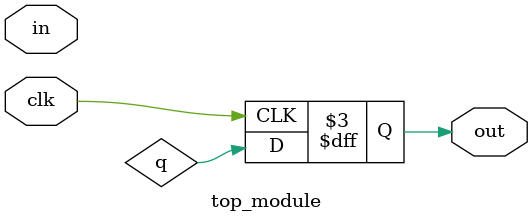
<source format=sv>
module top_module (
	input clk,
	input in,
	output logic out
);

logic q;

xor gate1 (.a(in), .b(out), .o(q));

always_ff @(posedge clk)
    out <= q;

endmodule

</source>
